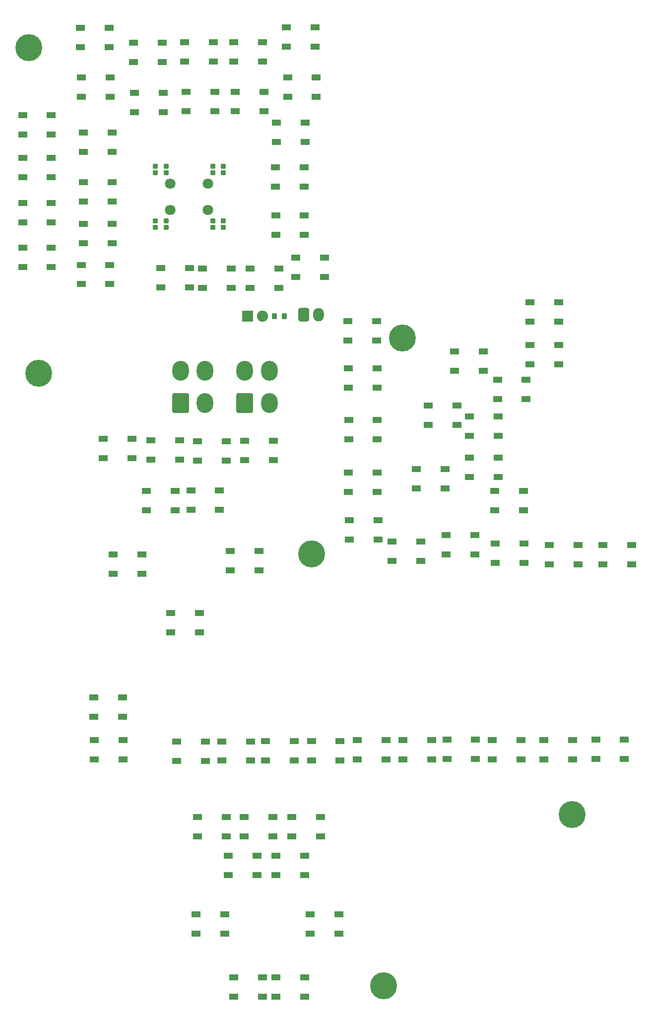
<source format=gbr>
%TF.GenerationSoftware,KiCad,Pcbnew,(6.0.9)*%
%TF.CreationDate,2023-03-29T20:10:41-08:00*%
%TF.ProjectId,ECM DISP PANEL,45434d20-4449-4535-9020-50414e454c2e,3*%
%TF.SameCoordinates,Original*%
%TF.FileFunction,Soldermask,Top*%
%TF.FilePolarity,Negative*%
%FSLAX46Y46*%
G04 Gerber Fmt 4.6, Leading zero omitted, Abs format (unit mm)*
G04 Created by KiCad (PCBNEW (6.0.9)) date 2023-03-29 20:10:41*
%MOMM*%
%LPD*%
G01*
G04 APERTURE LIST*
G04 Aperture macros list*
%AMRoundRect*
0 Rectangle with rounded corners*
0 $1 Rounding radius*
0 $2 $3 $4 $5 $6 $7 $8 $9 X,Y pos of 4 corners*
0 Add a 4 corners polygon primitive as box body*
4,1,4,$2,$3,$4,$5,$6,$7,$8,$9,$2,$3,0*
0 Add four circle primitives for the rounded corners*
1,1,$1+$1,$2,$3*
1,1,$1+$1,$4,$5*
1,1,$1+$1,$6,$7*
1,1,$1+$1,$8,$9*
0 Add four rect primitives between the rounded corners*
20,1,$1+$1,$2,$3,$4,$5,0*
20,1,$1+$1,$4,$5,$6,$7,0*
20,1,$1+$1,$6,$7,$8,$9,0*
20,1,$1+$1,$8,$9,$2,$3,0*%
G04 Aperture macros list end*
%ADD10RoundRect,0.050000X-0.750000X-0.450000X0.750000X-0.450000X0.750000X0.450000X-0.750000X0.450000X0*%
%ADD11RoundRect,0.050000X-0.350000X-0.350000X0.350000X-0.350000X0.350000X0.350000X-0.350000X0.350000X0*%
%ADD12RoundRect,0.050000X0.350000X0.350000X-0.350000X0.350000X-0.350000X-0.350000X0.350000X-0.350000X0*%
%ADD13RoundRect,0.250000X-0.200000X-0.275000X0.200000X-0.275000X0.200000X0.275000X-0.200000X0.275000X0*%
%ADD14C,1.800000*%
%ADD15C,4.600000*%
%ADD16RoundRect,0.300001X-1.099999X-1.399999X1.099999X-1.399999X1.099999X1.399999X-1.099999X1.399999X0*%
%ADD17O,2.800000X3.400000*%
%ADD18RoundRect,0.050000X-0.900000X-0.900000X0.900000X-0.900000X0.900000X0.900000X-0.900000X0.900000X0*%
%ADD19C,1.900000*%
%ADD20RoundRect,0.300000X-0.620000X-0.845000X0.620000X-0.845000X0.620000X0.845000X-0.620000X0.845000X0*%
%ADD21O,1.840000X2.290000*%
G04 APERTURE END LIST*
D10*
%TO.C,D2*%
X58103600Y-10821400D03*
X58103600Y-14121400D03*
X63003600Y-14121400D03*
X63003600Y-10821400D03*
%TD*%
%TO.C,D3*%
X67210600Y-13387000D03*
X67210600Y-16687000D03*
X72110600Y-16687000D03*
X72110600Y-13387000D03*
%TD*%
%TO.C,D4*%
X75922800Y-13285400D03*
X75922800Y-16585400D03*
X80822800Y-16585400D03*
X80822800Y-13285400D03*
%TD*%
%TO.C,D5*%
X84304800Y-13285400D03*
X84304800Y-16585400D03*
X89204800Y-16585400D03*
X89204800Y-13285400D03*
%TD*%
%TO.C,D6*%
X93245600Y-10770800D03*
X93245600Y-14070800D03*
X98145600Y-14070800D03*
X98145600Y-10770800D03*
%TD*%
%TO.C,D7*%
X58267600Y-19355600D03*
X58267600Y-22655600D03*
X63167600Y-22655600D03*
X63167600Y-19355600D03*
%TD*%
%TO.C,D8*%
X67363000Y-21921400D03*
X67363000Y-25221400D03*
X72263000Y-25221400D03*
X72263000Y-21921400D03*
%TD*%
%TO.C,D9*%
X76126000Y-21794000D03*
X76126000Y-25094000D03*
X81026000Y-25094000D03*
X81026000Y-21794000D03*
%TD*%
%TO.C,D10*%
X84505800Y-21819400D03*
X84505800Y-25119400D03*
X89405800Y-25119400D03*
X89405800Y-21819400D03*
%TD*%
%TO.C,D11*%
X93474200Y-19304800D03*
X93474200Y-22604800D03*
X98374200Y-22604800D03*
X98374200Y-19304800D03*
%TD*%
%TO.C,D12*%
X48262200Y-25731000D03*
X48262200Y-29031000D03*
X53162200Y-29031000D03*
X53162200Y-25731000D03*
%TD*%
%TO.C,D13*%
X58625400Y-28753600D03*
X58625400Y-32053600D03*
X63525400Y-32053600D03*
X63525400Y-28753600D03*
%TD*%
%TO.C,D14*%
X91543800Y-27001400D03*
X91543800Y-30301400D03*
X96443800Y-30301400D03*
X96443800Y-27001400D03*
%TD*%
%TO.C,D15*%
X48262200Y-33071600D03*
X48262200Y-36371600D03*
X53162200Y-36371600D03*
X53162200Y-33071600D03*
%TD*%
%TO.C,D16*%
X58600000Y-37211800D03*
X58600000Y-40511800D03*
X63500000Y-40511800D03*
X63500000Y-37211800D03*
%TD*%
%TO.C,D17*%
X91416800Y-34621000D03*
X91416800Y-37921000D03*
X96316800Y-37921000D03*
X96316800Y-34621000D03*
%TD*%
%TO.C,D18*%
X48262200Y-40767800D03*
X48262200Y-44067800D03*
X53162200Y-44067800D03*
X53162200Y-40767800D03*
%TD*%
%TO.C,D19*%
X58648600Y-44298400D03*
X58648600Y-47598400D03*
X63548600Y-47598400D03*
X63548600Y-44298400D03*
%TD*%
%TO.C,D20*%
X91442200Y-42825200D03*
X91442200Y-46125200D03*
X96342200Y-46125200D03*
X96342200Y-42825200D03*
%TD*%
%TO.C,D21*%
X48262200Y-48362400D03*
X48262200Y-51662400D03*
X53162200Y-51662400D03*
X53162200Y-48362400D03*
%TD*%
%TO.C,D22*%
X58244400Y-51283800D03*
X58244400Y-54583800D03*
X63144400Y-54583800D03*
X63144400Y-51283800D03*
%TD*%
%TO.C,D23*%
X71808000Y-51867800D03*
X71808000Y-55167800D03*
X76708000Y-55167800D03*
X76708000Y-51867800D03*
%TD*%
%TO.C,D24*%
X78945400Y-51893000D03*
X78945400Y-55193000D03*
X83845400Y-55193000D03*
X83845400Y-51893000D03*
%TD*%
%TO.C,D25*%
X87098800Y-51918400D03*
X87098800Y-55218400D03*
X91998800Y-55218400D03*
X91998800Y-51918400D03*
%TD*%
%TO.C,D26*%
X94845800Y-50064200D03*
X94845800Y-53364200D03*
X99745800Y-53364200D03*
X99745800Y-50064200D03*
%TD*%
%TO.C,D27*%
X134851000Y-57659200D03*
X134851000Y-60959200D03*
X139751000Y-60959200D03*
X139751000Y-57659200D03*
%TD*%
%TO.C,D28*%
X134851000Y-64974000D03*
X134851000Y-68274000D03*
X139751000Y-68274000D03*
X139751000Y-64974000D03*
%TD*%
%TO.C,D29*%
X121973000Y-66041200D03*
X121973000Y-69341200D03*
X126873000Y-69341200D03*
X126873000Y-66041200D03*
%TD*%
%TO.C,D30*%
X129286000Y-70917600D03*
X129286000Y-74217600D03*
X134186000Y-74217600D03*
X134186000Y-70917600D03*
%TD*%
%TO.C,D31*%
X117503000Y-75261400D03*
X117503000Y-78561400D03*
X122403000Y-78561400D03*
X122403000Y-75261400D03*
%TD*%
%TO.C,D32*%
X124485000Y-77140600D03*
X124485000Y-80440600D03*
X129385000Y-80440600D03*
X129385000Y-77140600D03*
%TD*%
%TO.C,D33*%
X124538000Y-84176800D03*
X124538000Y-87476800D03*
X129438000Y-87476800D03*
X129438000Y-84176800D03*
%TD*%
%TO.C,D34*%
X115420000Y-86158000D03*
X115420000Y-89458000D03*
X120320000Y-89458000D03*
X120320000Y-86158000D03*
%TD*%
%TO.C,D35*%
X128792000Y-89840800D03*
X128792000Y-93140800D03*
X133692000Y-93140800D03*
X133692000Y-89840800D03*
%TD*%
%TO.C,D36*%
X103787000Y-60910400D03*
X103787000Y-64210400D03*
X108687000Y-64210400D03*
X108687000Y-60910400D03*
%TD*%
%TO.C,D37*%
X103835000Y-68961800D03*
X103835000Y-72261800D03*
X108735000Y-72261800D03*
X108735000Y-68961800D03*
%TD*%
%TO.C,D38*%
X103888000Y-77776000D03*
X103888000Y-81076000D03*
X108788000Y-81076000D03*
X108788000Y-77776000D03*
%TD*%
%TO.C,D39*%
X103861000Y-86742200D03*
X103861000Y-90042200D03*
X108761000Y-90042200D03*
X108761000Y-86742200D03*
%TD*%
%TO.C,D40*%
X103976000Y-94819200D03*
X103976000Y-98119200D03*
X108876000Y-98119200D03*
X108876000Y-94819200D03*
%TD*%
%TO.C,D41*%
X111305000Y-98502000D03*
X111305000Y-101802000D03*
X116205000Y-101802000D03*
X116205000Y-98502000D03*
%TD*%
%TO.C,D42*%
X120525000Y-97410200D03*
X120525000Y-100710200D03*
X125425000Y-100710200D03*
X125425000Y-97410200D03*
%TD*%
%TO.C,D43*%
X128882000Y-98832000D03*
X128882000Y-102132000D03*
X133782000Y-102132000D03*
X133782000Y-98832000D03*
%TD*%
%TO.C,D44*%
X138102000Y-99061000D03*
X138102000Y-102361000D03*
X143002000Y-102361000D03*
X143002000Y-99061000D03*
%TD*%
%TO.C,D45*%
X147297000Y-99087000D03*
X147297000Y-102387000D03*
X152197000Y-102387000D03*
X152197000Y-99087000D03*
%TD*%
%TO.C,D46*%
X62015200Y-81001600D03*
X62015200Y-84301600D03*
X66915200Y-84301600D03*
X66915200Y-81001600D03*
%TD*%
%TO.C,D47*%
X70131600Y-81204600D03*
X70131600Y-84504600D03*
X75031600Y-84504600D03*
X75031600Y-81204600D03*
%TD*%
%TO.C,D48*%
X78081800Y-81357400D03*
X78081800Y-84657400D03*
X82981800Y-84657400D03*
X82981800Y-81357400D03*
%TD*%
%TO.C,D49*%
X86159000Y-81306200D03*
X86159000Y-84606200D03*
X91059000Y-84606200D03*
X91059000Y-81306200D03*
%TD*%
%TO.C,D50*%
X69381200Y-89815400D03*
X69381200Y-93115400D03*
X74281200Y-93115400D03*
X74281200Y-89815400D03*
%TD*%
%TO.C,D51*%
X76964200Y-89790200D03*
X76964200Y-93090200D03*
X81864200Y-93090200D03*
X81864200Y-89790200D03*
%TD*%
%TO.C,D52*%
X83681400Y-100102000D03*
X83681400Y-103402000D03*
X88581400Y-103402000D03*
X88581400Y-100102000D03*
%TD*%
%TO.C,D53*%
X73535200Y-110644000D03*
X73535200Y-113944000D03*
X78435200Y-113944000D03*
X78435200Y-110644000D03*
%TD*%
%TO.C,D54*%
X63680000Y-100712000D03*
X63680000Y-104012000D03*
X68580000Y-104012000D03*
X68580000Y-100712000D03*
%TD*%
%TO.C,D55*%
X60403400Y-125045000D03*
X60403400Y-128345000D03*
X65303400Y-128345000D03*
X65303400Y-125045000D03*
%TD*%
%TO.C,D56*%
X60516600Y-132335000D03*
X60516600Y-135635000D03*
X65416600Y-135635000D03*
X65416600Y-132335000D03*
%TD*%
%TO.C,D57*%
X74525800Y-132589000D03*
X74525800Y-135889000D03*
X79425800Y-135889000D03*
X79425800Y-132589000D03*
%TD*%
%TO.C,D58*%
X82272800Y-132564000D03*
X82272800Y-135864000D03*
X87172800Y-135864000D03*
X87172800Y-132564000D03*
%TD*%
%TO.C,D59*%
X89715000Y-132487000D03*
X89715000Y-135787000D03*
X94615000Y-135787000D03*
X94615000Y-132487000D03*
%TD*%
%TO.C,D60*%
X97538200Y-132513000D03*
X97538200Y-135813000D03*
X102438200Y-135813000D03*
X102438200Y-132513000D03*
%TD*%
%TO.C,D61*%
X105336000Y-132360000D03*
X105336000Y-135660000D03*
X110236000Y-135660000D03*
X110236000Y-132360000D03*
%TD*%
%TO.C,D62*%
X113185000Y-132360000D03*
X113185000Y-135660000D03*
X118085000Y-135660000D03*
X118085000Y-132360000D03*
%TD*%
%TO.C,D63*%
X120652000Y-132309000D03*
X120652000Y-135609000D03*
X125552000Y-135609000D03*
X125552000Y-132309000D03*
%TD*%
%TO.C,D64*%
X128425000Y-132386000D03*
X128425000Y-135686000D03*
X133325000Y-135686000D03*
X133325000Y-132386000D03*
%TD*%
%TO.C,D65*%
X137211000Y-132335000D03*
X137211000Y-135635000D03*
X142111000Y-135635000D03*
X142111000Y-132335000D03*
%TD*%
%TO.C,D66*%
X146052000Y-132284000D03*
X146052000Y-135584000D03*
X150952000Y-135584000D03*
X150952000Y-132284000D03*
%TD*%
%TO.C,D67*%
X78118800Y-145441000D03*
X78118800Y-148741000D03*
X83018800Y-148741000D03*
X83018800Y-145441000D03*
%TD*%
%TO.C,D68*%
X86082800Y-145492000D03*
X86082800Y-148792000D03*
X90982800Y-148792000D03*
X90982800Y-145492000D03*
%TD*%
%TO.C,D69*%
X94210800Y-145467000D03*
X94210800Y-148767000D03*
X99110800Y-148767000D03*
X99110800Y-145467000D03*
%TD*%
%TO.C,D70*%
X83365000Y-152071000D03*
X83365000Y-155371000D03*
X88265000Y-155371000D03*
X88265000Y-152071000D03*
%TD*%
%TO.C,D71*%
X91467600Y-152096000D03*
X91467600Y-155396000D03*
X96367600Y-155396000D03*
X96367600Y-152096000D03*
%TD*%
%TO.C,D72*%
X97295800Y-162053000D03*
X97295800Y-165353000D03*
X102195800Y-165353000D03*
X102195800Y-162053000D03*
%TD*%
%TO.C,D73*%
X91490800Y-172822000D03*
X91490800Y-176122000D03*
X96390800Y-176122000D03*
X96390800Y-172822000D03*
%TD*%
%TO.C,D74*%
X84291000Y-172797000D03*
X84291000Y-176097000D03*
X89191000Y-176097000D03*
X89191000Y-172797000D03*
%TD*%
%TO.C,D75*%
X77876400Y-162053000D03*
X77876400Y-165353000D03*
X82776400Y-165353000D03*
X82776400Y-162053000D03*
%TD*%
D11*
%TO.C,D76*%
X72744572Y-35610522D03*
X72744572Y-34510522D03*
X70914572Y-34510522D03*
X70914572Y-35610522D03*
%TD*%
%TO.C,D77*%
X82523572Y-35610522D03*
X82523572Y-34510522D03*
X80693572Y-34510522D03*
X80693572Y-35610522D03*
%TD*%
D12*
%TO.C,D78*%
X80693572Y-43781522D03*
X80693572Y-44881522D03*
X82523572Y-44881522D03*
X82523572Y-43781522D03*
%TD*%
%TO.C,D79*%
X70914572Y-43781522D03*
X70914572Y-44881522D03*
X72744572Y-44881522D03*
X72744572Y-43781522D03*
%TD*%
D13*
%TO.C,R1*%
X91250000Y-60071000D03*
X92900000Y-60071000D03*
%TD*%
D14*
%TO.C,SW1*%
X73406000Y-37465000D03*
X79906000Y-37465000D03*
X73406000Y-41965000D03*
X79906000Y-41965000D03*
%TD*%
D15*
%TO.C,H1*%
X50977800Y-69748400D03*
%TD*%
%TO.C,H2*%
X49350573Y-14232522D03*
%TD*%
%TO.C,H4*%
X97610573Y-100592522D03*
%TD*%
%TO.C,H5*%
X109829600Y-174244000D03*
%TD*%
%TO.C,H6*%
X142060572Y-145042522D03*
%TD*%
D16*
%TO.C,J1*%
X86150000Y-74900000D03*
D17*
X90350000Y-74900000D03*
X86150000Y-69400000D03*
X90350000Y-69400000D03*
%TD*%
D16*
%TO.C,J2*%
X75200000Y-74900000D03*
D17*
X79400000Y-74900000D03*
X75200000Y-69400000D03*
X79400000Y-69400000D03*
%TD*%
D18*
%TO.C,D1*%
X86614000Y-60071000D03*
D19*
X89154000Y-60071000D03*
%TD*%
D20*
%TO.C,J3*%
X96213572Y-59825522D03*
D21*
X98753572Y-59825522D03*
%TD*%
D15*
%TO.C,H3*%
X113104572Y-63762522D03*
%TD*%
M02*

</source>
